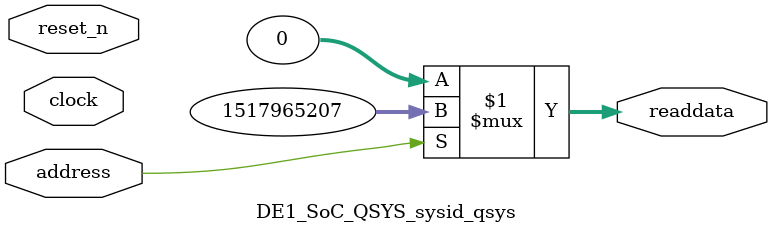
<source format=v>



// synthesis translate_off
`timescale 1ns / 1ps
// synthesis translate_on

// turn off superfluous verilog processor warnings 
// altera message_level Level1 
// altera message_off 10034 10035 10036 10037 10230 10240 10030 

module DE1_SoC_QSYS_sysid_qsys (
               // inputs:
                address,
                clock,
                reset_n,

               // outputs:
                readdata
             )
;

  output  [ 31: 0] readdata;
  input            address;
  input            clock;
  input            reset_n;

  wire    [ 31: 0] readdata;
  //control_slave, which is an e_avalon_slave
  assign readdata = address ? 1517965207 : 0;

endmodule



</source>
